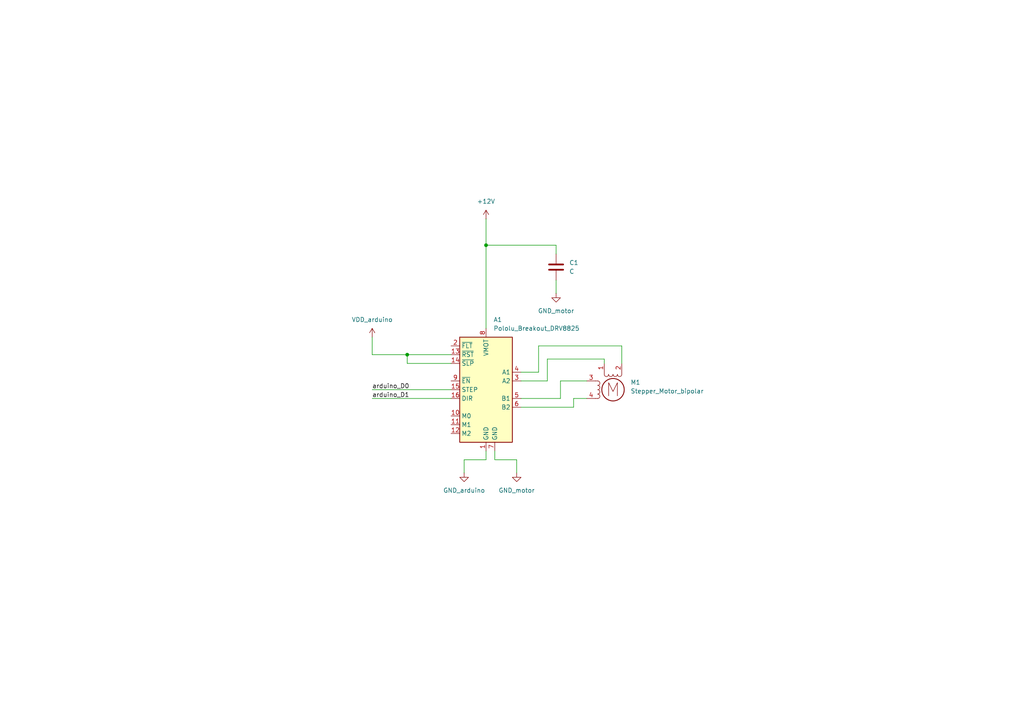
<source format=kicad_sch>
(kicad_sch (version 20250114) (generator "eeschema") (generator_version "9.0")
  (paper "A4")
  (lib_symbols
    (symbol "Device:C" (pin_numbers (hide yes)) (pin_names (offset 0.254))
      (property "Reference" "C" (at 0.635 2.54 0))
      (property "Value" "C" (at 0.635 -2.54 0))
      (symbol "C_0_1"
        (polyline (pts (xy -2.032 0.762) (xy 2.032 0.762)) (stroke (width 0.508)))
        (polyline (pts (xy -2.032 -0.762) (xy 2.032 -0.762)) (stroke (width 0.508)))
      )
      (symbol "C_1_1"
        (pin passive line (at 0 3.81 270) (length 2.794) (name "~") (number "1"))
        (pin passive line (at 0 -3.81 90) (length 2.794) (name "~") (number "2"))
      )
    )
    (symbol "Driver_Motor:Pololu_Breakout_DRV8825"
      (property "Reference" "A" (at -2.54 16.51 0))
      (property "Value" "Pololu_Breakout_DRV8825" (at -2.54 13.97 0))
      (symbol "Pololu_Breakout_DRV8825_0_1"
        (rectangle (start 7.62 -17.78) (end -7.62 12.7) (stroke (width 0.254)) (fill (type background)))
      )
      (symbol "Pololu_Breakout_DRV8825_1_1"
        (pin output line (at -10.16 10.16 0) (length 2.54) (name "~{FLT}") (number "2"))
        (pin input line (at -10.16 7.62 0) (length 2.54) (name "~{RST}") (number "13"))
        (pin input line (at -10.16 5.08 0) (length 2.54) (name "~{SLP}") (number "14"))
        (pin input line (at -10.16 0 0) (length 2.54) (name "~{EN}") (number "9"))
        (pin input line (at -10.16 -2.54 0) (length 2.54) (name "STEP") (number "15"))
        (pin input line (at -10.16 -5.08 0) (length 2.54) (name "DIR") (number "16"))
        (pin input line (at -10.16 -10.16 0) (length 2.54) (name "M0") (number "10"))
        (pin input line (at -10.16 -12.7 0) (length 2.54) (name "M1") (number "11"))
        (pin input line (at -10.16 -15.24 0) (length 2.54) (name "M2") (number "12"))
        (pin power_in line (at 0 15.24 270) (length 2.54) (name "VMOT") (number "8"))
        (pin power_in line (at 0 -20.32 90) (length 2.54) (name "GND") (number "1"))
        (pin power_in line (at 2.54 -20.32 90) (length 2.54) (name "GND") (number "7"))
        (pin output line (at 10.16 2.54 180) (length 2.54) (name "A1") (number "4"))
        (pin output line (at 10.16 0 180) (length 2.54) (name "A2") (number "3"))
        (pin output line (at 10.16 -5.08 180) (length 2.54) (name "B1") (number "5"))
        (pin output line (at 10.16 -7.62 180) (length 2.54) (name "B2") (number "6"))
      )
    )
    (symbol "Motor:Stepper_Motor_bipolar" (pin_names (offset 0) (hide yes))
      (property "Reference" "M" (at 3.81 2.54 0))
      (property "Value" "Stepper_Motor_bipolar" (at 3.81 1.27 0))
      (symbol "Stepper_Motor_bipolar_0_0"
        (polyline (pts (xy -1.27 -1.778) (xy -1.27 2.032) (xy 0 -0.508) (xy 1.27 2.032) (xy 1.27 -1.778)))
      )
      (symbol "Stepper_Motor_bipolar_0_1"
        (polyline (pts (xy -5.08 2.54) (xy -4.445 2.54)))
        (polyline (pts (xy -5.08 -2.54) (xy -4.445 -2.54)))
        (arc (start -4.445 2.54) (mid -3.8127 1.905) (end -4.445 1.27))
        (arc (start -4.445 1.27) (mid -3.8127 0.635) (end -4.445 0))
        (arc (start -4.445 0) (mid -3.8127 -0.635) (end -4.445 -1.27))
        (arc (start -4.445 -1.27) (mid -3.8127 -1.905) (end -4.445 -2.54))
        (polyline (pts (xy -2.54 5.08) (xy -2.54 4.445)))
        (arc (start -1.27 4.445) (mid -1.905 3.8127) (end -2.54 4.445))
        (arc (start 0 4.445) (mid -0.635 3.8127) (end -1.27 4.445))
        (circle (center 0 0) (radius 3.2512) (stroke (width 0.254)))
        (arc (start 1.27 4.445) (mid 0.635 3.8127) (end 0 4.445))
        (arc (start 2.54 4.445) (mid 1.905 3.8127) (end 1.27 4.445))
        (polyline (pts (xy 2.54 5.08) (xy 2.54 4.445)))
      )
      (symbol "Stepper_Motor_bipolar_1_1"
        (pin passive line (at -7.62 2.54 0) (length 2.54) (name "~") (number "3"))
        (pin passive line (at -7.62 -2.54 0) (length 2.54) (name "~") (number "4"))
        (pin passive line (at -2.54 7.62 270) (length 2.54) (name "~") (number "1"))
        (pin passive line (at 2.54 7.62 270) (length 2.54) (name "-") (number "2"))
      )
    )
    (symbol "power:+12V" (power) (pin_numbers (hide yes)) (pin_names (offset 0) (hide yes))
      (property "Value" "+12V" (at 0 3.556 0))
      (symbol "+12V_0_1"
        (polyline (pts (xy -0.762 1.27) (xy 0 2.54)))
        (polyline (pts (xy 0 2.54) (xy 0.762 1.27)))
        (polyline (pts (xy 0 0) (xy 0 2.54)))
      )
      (symbol "+12V_1_1"
        (pin power_in line (at 0 0 90) (length 0) (name "~") (number "1"))
      )
    )
    (symbol "power:GND" (power) (pin_numbers (hide yes)) (pin_names (offset 0) (hide yes))
      (property "Value" "GND" (at 0 -3.81 0))
      (symbol "GND_0_1"
        (polyline (pts (xy 0 0) (xy 0 -1.27) (xy 1.27 -1.27) (xy 0 -2.54) (xy -1.27 -1.27) (xy 0 -1.27)))
      )
      (symbol "GND_1_1"
        (pin power_in line (at 0 0 270) (length 0) (name "~") (number "1"))
      )
    )
  )
  (junction (at 140.97 71.12))
  (junction (at 118.11 102.87))
  (wire (pts (xy 156.21 107.95) (xy 156.21 100.33)))
  (wire (pts (xy 140.97 71.12) (xy 140.97 95.25)))
  (wire (pts (xy 180.34 100.33) (xy 180.34 105.41)))
  (wire (pts (xy 175.26 104.14) (xy 175.26 105.41)))
  (wire (pts (xy 161.29 71.12) (xy 140.97 71.12)))
  (wire (pts (xy 149.86 133.35) (xy 149.86 137.16)))
  (wire (pts (xy 166.37 115.57) (xy 170.18 115.57)))
  (wire (pts (xy 158.75 110.49) (xy 158.75 104.14)))
  (wire (pts (xy 162.56 110.49) (xy 170.18 110.49)))
  (wire (pts (xy 151.13 107.95) (xy 156.21 107.95)))
  (wire (pts (xy 118.11 105.41) (xy 130.81 105.41)))
  (wire (pts (xy 107.95 113.03) (xy 130.81 113.03)))
  (wire (pts (xy 107.95 97.79) (xy 107.95 102.87)))
  (wire (pts (xy 151.13 115.57) (xy 162.56 115.57)))
  (wire (pts (xy 118.11 102.87) (xy 118.11 105.41)))
  (wire (pts (xy 134.62 133.35) (xy 134.62 137.16)))
  (wire (pts (xy 161.29 73.66) (xy 161.29 71.12)))
  (wire (pts (xy 107.95 115.57) (xy 130.81 115.57)))
  (wire (pts (xy 118.11 102.87) (xy 107.95 102.87)))
  (wire (pts (xy 140.97 63.5) (xy 140.97 71.12)))
  (wire (pts (xy 140.97 133.35) (xy 140.97 130.81)))
  (wire (pts (xy 162.56 115.57) (xy 162.56 110.49)))
  (wire (pts (xy 158.75 104.14) (xy 175.26 104.14)))
  (wire (pts (xy 151.13 110.49) (xy 158.75 110.49)))
  (wire (pts (xy 134.62 133.35) (xy 140.97 133.35)))
  (wire (pts (xy 130.81 102.87) (xy 118.11 102.87)))
  (wire (pts (xy 166.37 118.11) (xy 166.37 115.57)))
  (wire (pts (xy 161.29 81.28) (xy 161.29 85.09)))
  (wire (pts (xy 156.21 100.33) (xy 180.34 100.33)))
  (wire (pts (xy 149.86 133.35) (xy 143.51 133.35)))
  (wire (pts (xy 143.51 133.35) (xy 143.51 130.81)))
  (wire (pts (xy 151.13 118.11) (xy 166.37 118.11)))
  (label "arduino_D1" (at 107.95 115.57 0))
  (label "arduino_D0" (at 107.95 113.03 0))
  (symbol (lib_id "Device:C") (at 161.29 77.47 0) (unit 1)
    (property "Reference" "C1" (at 165.1 76.1999 0) (effects (justify left)))
    (property "Value" "C" (at 165.1 78.7399 0) (effects (justify left)))
    (property "Description" "Unpolarized capacitor" (effects (hide yes)))
  )
  (symbol (lib_id "Motor:Stepper_Motor_bipolar") (at 177.8 113.03 0) (unit 1)
    (property "Reference" "M1" (at 182.88 110.909 0) (effects (justify left)))
    (property "Value" "Stepper_Motor_bipolar" (at 182.88 113.449 0) (effects (justify left)))
    (property "Datasheet" "http://www.infineon.com/dgdl/Application-Note-TLE8110EE_driving_UniPolarStepperMotor_V1.1.pdf?fileId=db3a30431be39b97011be5d0aa0a00b0" (effects (hide yes)))
    (property "Description" "4-wire bipolar stepper motor" (effects (hide yes)))
  )
  (symbol (lib_id "power:GND") (at 149.86 137.16 0) (unit 1)
    (property "Reference" "#PWR04" (effects (hide yes)))
    (property "Value" "GND_motor" (at 149.86 142.24 0))
    (property "Description" "Power symbol creates a global label with name \"GND\" , ground" (effects (hide yes)))
  )
  (symbol (lib_id "power:+12V") (at 140.97 63.5 0) (unit 1)
    (property "Reference" "#PWR01" (effects (hide yes)))
    (property "Value" "+12V" (at 140.97 58.42 0))
    (property "Description" "Power symbol creates a global label with name \"+12V\"" (effects (hide yes)))
  )
  (symbol (lib_id "power:+12V") (at 107.95 97.79 0) (unit 1)
    (property "Reference" "#PWR05" (effects (hide yes)))
    (property "Value" "VDD_arduino" (at 107.95 92.71 0))
    (property "Description" "Power symbol creates a global label with name \"+12V\"" (effects (hide yes)))
  )
  (symbol (lib_id "power:GND") (at 134.62 137.16 0) (unit 1)
    (property "Reference" "#PWR03" (effects (hide yes)))
    (property "Value" "GND_arduino" (at 134.62 142.24 0))
    (property "Description" "Power symbol creates a global label with name \"GND\" , ground" (effects (hide yes)))
  )
  (symbol (lib_id "Driver_Motor:Pololu_Breakout_DRV8825") (at 140.97 110.49 0) (unit 1)
    (property "Reference" "A1" (at 143.1133 92.71 0) (effects (justify left)))
    (property "Value" "Pololu_Breakout_DRV8825" (at 143.1133 95.25 0) (effects (justify left)))
    (property "Footprint" "Module:Pololu_Breakout-16_15.2x20.3mm" (effects (hide yes)))
    (property "Datasheet" "https://www.pololu.com/product/2982" (effects (hide yes)))
    (property "Description" "Pololu Breakout Board, Stepper Driver DRV8825" (effects (hide yes)))
  )
  (symbol (lib_id "power:GND") (at 161.29 85.09 0) (unit 1)
    (property "Reference" "#PWR02" (effects (hide yes)))
    (property "Value" "GND_motor" (at 161.29 90.17 0))
    (property "Description" "Power symbol creates a global label with name \"GND\" , ground" (effects (hide yes)))
  )
)
</source>
